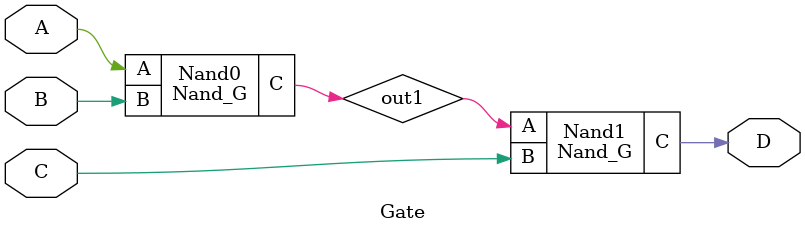
<source format=v>
`timescale 1ns / 1ps


module Nand_G(
    input A,
    input B,
    output C
    );
    
    assign C = !(A & B);

endmodule

module Gate(
    input A,
    input B,
    input C,
    output D
    );
    
    wire out1;
    
    Nand_G Nand0(
        .A(A),
        .B(B),
        .C(out1)
       );
    Nand_G Nand1(
        .A(out1),
        .B(C),
        .C(D)
    );
       
 endmodule      
    



</source>
